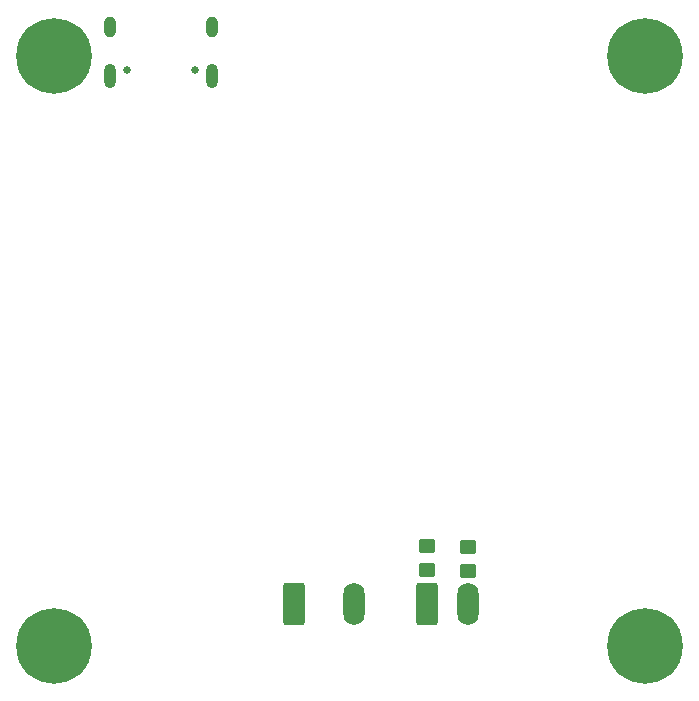
<source format=gbs>
G04 #@! TF.GenerationSoftware,KiCad,Pcbnew,8.0.6*
G04 #@! TF.CreationDate,2024-12-21T11:06:14+01:00*
G04 #@! TF.ProjectId,s3main,73336d61-696e-42e6-9b69-6361645f7063,A*
G04 #@! TF.SameCoordinates,Original*
G04 #@! TF.FileFunction,Soldermask,Bot*
G04 #@! TF.FilePolarity,Negative*
%FSLAX46Y46*%
G04 Gerber Fmt 4.6, Leading zero omitted, Abs format (unit mm)*
G04 Created by KiCad (PCBNEW 8.0.6) date 2024-12-21 11:06:14*
%MOMM*%
%LPD*%
G01*
G04 APERTURE LIST*
G04 Aperture macros list*
%AMRoundRect*
0 Rectangle with rounded corners*
0 $1 Rounding radius*
0 $2 $3 $4 $5 $6 $7 $8 $9 X,Y pos of 4 corners*
0 Add a 4 corners polygon primitive as box body*
4,1,4,$2,$3,$4,$5,$6,$7,$8,$9,$2,$3,0*
0 Add four circle primitives for the rounded corners*
1,1,$1+$1,$2,$3*
1,1,$1+$1,$4,$5*
1,1,$1+$1,$6,$7*
1,1,$1+$1,$8,$9*
0 Add four rect primitives between the rounded corners*
20,1,$1+$1,$2,$3,$4,$5,0*
20,1,$1+$1,$4,$5,$6,$7,0*
20,1,$1+$1,$6,$7,$8,$9,0*
20,1,$1+$1,$8,$9,$2,$3,0*%
G04 Aperture macros list end*
%ADD10C,0.800000*%
%ADD11C,6.400000*%
%ADD12C,0.650000*%
%ADD13O,1.000000X2.100000*%
%ADD14O,1.000000X1.800000*%
%ADD15RoundRect,0.250000X-0.650000X-1.550000X0.650000X-1.550000X0.650000X1.550000X-0.650000X1.550000X0*%
%ADD16O,1.800000X3.600000*%
%ADD17RoundRect,0.250000X0.450000X-0.350000X0.450000X0.350000X-0.450000X0.350000X-0.450000X-0.350000X0*%
G04 APERTURE END LIST*
D10*
X116800000Y-72500000D03*
X117502944Y-70802944D03*
X117502944Y-74197056D03*
X119200000Y-70100000D03*
D11*
X119200000Y-72500000D03*
D10*
X119200000Y-74900000D03*
X120897056Y-70802944D03*
X120897056Y-74197056D03*
X121600000Y-72500000D03*
D12*
X131090000Y-73705000D03*
X125310000Y-73705000D03*
D13*
X132520000Y-74205000D03*
D14*
X132520000Y-70025000D03*
D13*
X123880000Y-74205000D03*
D14*
X123880000Y-70025000D03*
D10*
X166800000Y-72500000D03*
X167502944Y-70802944D03*
X167502944Y-74197056D03*
X169200000Y-70100000D03*
D11*
X169200000Y-72500000D03*
D10*
X169200000Y-74900000D03*
X170897056Y-70802944D03*
X170897056Y-74197056D03*
X171600000Y-72500000D03*
X166800000Y-122500000D03*
X167502944Y-120802944D03*
X167502944Y-124197056D03*
X169200000Y-120100000D03*
D11*
X169200000Y-122500000D03*
D10*
X169200000Y-124900000D03*
X170897056Y-120802944D03*
X170897056Y-124197056D03*
X171600000Y-122500000D03*
D15*
X150700000Y-118900000D03*
D16*
X154200000Y-118900000D03*
D15*
X139500000Y-118900000D03*
D16*
X144580000Y-118900000D03*
D10*
X116800000Y-122500000D03*
X117502944Y-120802944D03*
X117502944Y-124197056D03*
X119200000Y-120100000D03*
D11*
X119200000Y-122500000D03*
D10*
X119200000Y-124900000D03*
X120897056Y-120802944D03*
X120897056Y-124197056D03*
X121600000Y-122500000D03*
D17*
X154200000Y-116100000D03*
X154200000Y-114100000D03*
X150700000Y-116000000D03*
X150700000Y-114000000D03*
M02*

</source>
